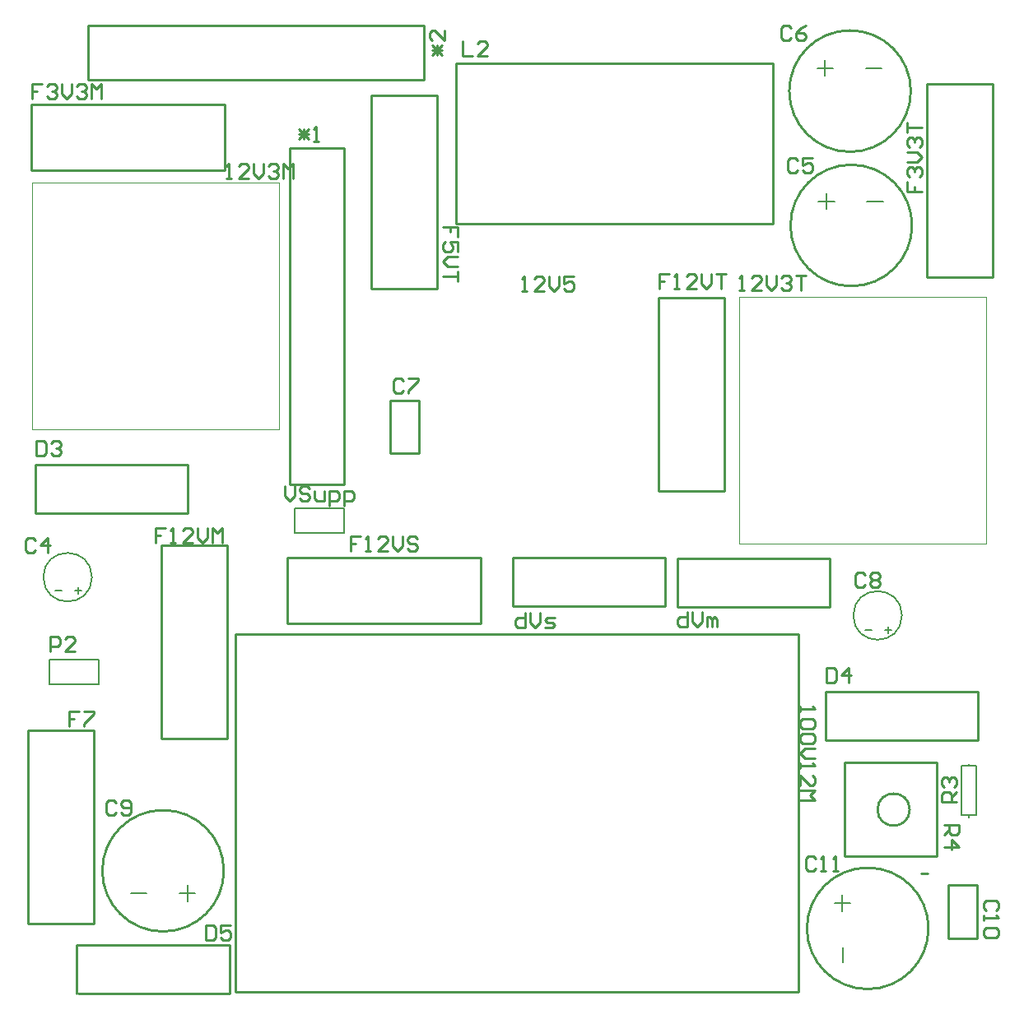
<source format=gto>
G04*
G04 #@! TF.GenerationSoftware,Altium Limited,Altium Designer,18.1.6 (161)*
G04*
G04 Layer_Color=65535*
%FSLAX25Y25*%
%MOIN*%
G70*
G01*
G75*
%ADD10C,0.00500*%
%ADD11C,0.01000*%
%ADD12C,0.00394*%
%ADD13C,0.00787*%
D10*
X29842Y173500D02*
G03*
X29842Y173500I-9843J0D01*
G01*
X357842Y158000D02*
G03*
X357842Y158000I-9843J0D01*
G01*
D11*
X368606Y31157D02*
G03*
X368606Y31157I-24606J0D01*
G01*
X361000Y79300D02*
G03*
X361000Y79300I-6500J0D01*
G01*
X361949Y316055D02*
G03*
X361949Y316055I-24606J0D01*
G01*
X361449Y370500D02*
G03*
X361449Y370500I-24606J0D01*
G01*
X83264Y54500D02*
G03*
X83264Y54500I-24606J0D01*
G01*
X5138Y338421D02*
X83484D01*
Y365193D01*
X5138D02*
X83484D01*
X5138Y338421D02*
Y365193D01*
X142921Y290555D02*
Y368902D01*
Y290555D02*
X169693D01*
Y368902D01*
X142921D02*
X169693D01*
X88000Y150323D02*
X315992Y150323D01*
Y5441D02*
Y150323D01*
X88000Y5441D02*
X315992D01*
X88000D02*
Y150323D01*
X164354Y375126D02*
Y397173D01*
X28134D02*
X164354D01*
X28134Y375126D02*
Y397173D01*
Y375126D02*
X164354D01*
X376594Y27095D02*
Y48748D01*
X388405D01*
Y27095D02*
Y48748D01*
X376594Y27095D02*
X388405D01*
X24138Y4764D02*
X85555D01*
X23744D02*
Y24449D01*
X85555D01*
Y4764D02*
Y24449D01*
X3921Y33146D02*
Y111492D01*
Y33146D02*
X30693D01*
Y111492D01*
X3921D02*
X30693D01*
X177327Y316701D02*
Y381661D01*
X305673D01*
Y316701D02*
Y381661D01*
X177327Y316701D02*
X305673D01*
X334500Y60500D02*
X372000D01*
X334500D02*
Y98500D01*
X372000D01*
Y60500D02*
Y98500D01*
X200638Y161764D02*
X262055D01*
X200244D02*
Y181449D01*
X262055D01*
Y161764D02*
Y181449D01*
X259307Y208508D02*
X286079D01*
X259307D02*
Y286854D01*
X286079D01*
Y208508D02*
Y286854D01*
X57807Y108008D02*
X84579D01*
X57807D02*
Y186354D01*
X84579D01*
Y108008D02*
Y186354D01*
X367807Y295008D02*
X394579D01*
X367807D02*
Y373354D01*
X394579D01*
Y295008D02*
Y373354D01*
X108976Y154807D02*
Y181579D01*
X187323D01*
Y154807D02*
Y181579D01*
X108976Y154807D02*
X187323D01*
X150594Y223594D02*
Y245248D01*
X162406D01*
Y223594D02*
Y245248D01*
X150594Y223594D02*
X162406D01*
X131874Y211146D02*
Y347366D01*
X109827Y211146D02*
X131874D01*
X109827D02*
Y347366D01*
X131874D01*
X328709Y161264D02*
Y180949D01*
X266898D02*
X328709D01*
X266898Y161264D02*
Y180949D01*
X267291Y161264D02*
X328709D01*
X6791Y199551D02*
Y219236D01*
Y199551D02*
X68602D01*
Y219236D01*
X6791D02*
X68209D01*
X326791Y127236D02*
X388209D01*
X388602Y107551D02*
Y127236D01*
X326791Y107551D02*
X388602D01*
X326791D02*
Y127236D01*
X365500Y53468D02*
X368124D01*
X204000Y289500D02*
X205999D01*
X205000D01*
Y295498D01*
X204000Y294498D01*
X212997Y289500D02*
X208998D01*
X212997Y293499D01*
Y294498D01*
X211997Y295498D01*
X209998D01*
X208998Y294498D01*
X214996Y295498D02*
Y291499D01*
X216996Y289500D01*
X218995Y291499D01*
Y295498D01*
X224993D02*
X220994D01*
Y292499D01*
X222994Y293499D01*
X223993D01*
X224993Y292499D01*
Y290500D01*
X223993Y289500D01*
X221994D01*
X220994Y290500D01*
X205345Y158998D02*
Y153000D01*
X202346D01*
X201346Y154000D01*
Y155999D01*
X202346Y156999D01*
X205345D01*
X207345Y158998D02*
Y154999D01*
X209344Y153000D01*
X211343Y154999D01*
Y158998D01*
X213343Y153000D02*
X216342D01*
X217341Y154000D01*
X216342Y154999D01*
X214342D01*
X213343Y155999D01*
X214342Y156999D01*
X217341D01*
X13100Y143400D02*
Y149398D01*
X16099D01*
X17099Y148398D01*
Y146399D01*
X16099Y145399D01*
X13100D01*
X23097Y143400D02*
X19098D01*
X23097Y147399D01*
Y148398D01*
X22097Y149398D01*
X20098D01*
X19098Y148398D01*
X375000Y73000D02*
X380998D01*
Y70001D01*
X379998Y69001D01*
X377999D01*
X376999Y70001D01*
Y73000D01*
Y71001D02*
X375000Y69001D01*
Y64003D02*
X380998D01*
X377999Y67002D01*
Y63003D01*
X380000Y82500D02*
X374002D01*
Y85499D01*
X375002Y86499D01*
X377001D01*
X378001Y85499D01*
Y82500D01*
Y84499D02*
X380000Y86499D01*
X375002Y88498D02*
X374002Y89498D01*
Y91497D01*
X375002Y92497D01*
X376001D01*
X377001Y91497D01*
Y90497D01*
Y91497D01*
X378001Y92497D01*
X379000D01*
X380000Y91497D01*
Y89498D01*
X379000Y88498D01*
X292000Y289756D02*
X293999D01*
X293000D01*
Y295754D01*
X292000Y294754D01*
X300997Y289756D02*
X296998D01*
X300997Y293755D01*
Y294754D01*
X299997Y295754D01*
X297998D01*
X296998Y294754D01*
X302996Y295754D02*
Y291755D01*
X304996Y289756D01*
X306995Y291755D01*
Y295754D01*
X308995Y294754D02*
X309994Y295754D01*
X311994D01*
X312993Y294754D01*
Y293755D01*
X311994Y292755D01*
X310994D01*
X311994D01*
X312993Y291755D01*
Y290756D01*
X311994Y289756D01*
X309994D01*
X308995Y290756D01*
X314993Y295754D02*
X318991D01*
X316992D01*
Y289756D01*
X84433Y335000D02*
X86432D01*
X85433D01*
Y340998D01*
X84433Y339998D01*
X93430Y335000D02*
X89431D01*
X93430Y338999D01*
Y339998D01*
X92431Y340998D01*
X90431D01*
X89431Y339998D01*
X95429Y340998D02*
Y336999D01*
X97429Y335000D01*
X99428Y336999D01*
Y340998D01*
X101428Y339998D02*
X102427Y340998D01*
X104427D01*
X105426Y339998D01*
Y338999D01*
X104427Y337999D01*
X103427D01*
X104427D01*
X105426Y336999D01*
Y336000D01*
X104427Y335000D01*
X102427D01*
X101428Y336000D01*
X107426Y335000D02*
Y340998D01*
X109425Y338999D01*
X111424Y340998D01*
Y335000D01*
X108000Y210498D02*
Y206499D01*
X109999Y204500D01*
X111999Y206499D01*
Y210498D01*
X117997Y209498D02*
X116997Y210498D01*
X114998D01*
X113998Y209498D01*
Y208499D01*
X114998Y207499D01*
X116997D01*
X117997Y206499D01*
Y205500D01*
X116997Y204500D01*
X114998D01*
X113998Y205500D01*
X119996Y208499D02*
Y205500D01*
X120996Y204500D01*
X123995D01*
Y208499D01*
X125994Y202501D02*
Y208499D01*
X128993D01*
X129993Y207499D01*
Y205500D01*
X128993Y204500D01*
X125994D01*
X131992Y202501D02*
Y208499D01*
X134991D01*
X135991Y207499D01*
Y205500D01*
X134991Y204500D01*
X131992D01*
X180000Y390683D02*
Y384685D01*
X183999D01*
X189997D02*
X185998D01*
X189997Y388684D01*
Y389683D01*
X188997Y390683D01*
X186998D01*
X185998Y389683D01*
X24499Y118998D02*
X20500D01*
Y115999D01*
X22499D01*
X20500D01*
Y113000D01*
X26498Y118998D02*
X30497D01*
Y117998D01*
X26498Y114000D01*
Y113000D01*
X138499Y189998D02*
X134500D01*
Y186999D01*
X136499D01*
X134500D01*
Y184000D01*
X140498D02*
X142497D01*
X141498D01*
Y189998D01*
X140498Y188998D01*
X149495Y184000D02*
X145496D01*
X149495Y187999D01*
Y188998D01*
X148495Y189998D01*
X146496D01*
X145496Y188998D01*
X151495Y189998D02*
Y185999D01*
X153494Y184000D01*
X155493Y185999D01*
Y189998D01*
X161491Y188998D02*
X160492Y189998D01*
X158492D01*
X157493Y188998D01*
Y187999D01*
X158492Y186999D01*
X160492D01*
X161491Y185999D01*
Y185000D01*
X160492Y184000D01*
X158492D01*
X157493Y185000D01*
X360002Y333743D02*
Y329744D01*
X363001D01*
Y331743D01*
Y329744D01*
X366000D01*
X361002Y335742D02*
X360002Y336742D01*
Y338741D01*
X361002Y339741D01*
X362001D01*
X363001Y338741D01*
Y337741D01*
Y338741D01*
X364001Y339741D01*
X365000D01*
X366000Y338741D01*
Y336742D01*
X365000Y335742D01*
X360002Y341740D02*
X364001D01*
X366000Y343740D01*
X364001Y345739D01*
X360002D01*
X361002Y347738D02*
X360002Y348738D01*
Y350737D01*
X361002Y351737D01*
X362001D01*
X363001Y350737D01*
Y349738D01*
Y350737D01*
X364001Y351737D01*
X365000D01*
X366000Y350737D01*
Y348738D01*
X365000Y347738D01*
X360002Y353736D02*
Y357735D01*
Y355736D01*
X366000D01*
X9499Y373498D02*
X5500D01*
Y370499D01*
X7499D01*
X5500D01*
Y367500D01*
X11498Y372498D02*
X12498Y373498D01*
X14497D01*
X15497Y372498D01*
Y371499D01*
X14497Y370499D01*
X13497D01*
X14497D01*
X15497Y369499D01*
Y368500D01*
X14497Y367500D01*
X12498D01*
X11498Y368500D01*
X17496Y373498D02*
Y369499D01*
X19496Y367500D01*
X21495Y369499D01*
Y373498D01*
X23494Y372498D02*
X24494Y373498D01*
X26493D01*
X27493Y372498D01*
Y371499D01*
X26493Y370499D01*
X25493D01*
X26493D01*
X27493Y369499D01*
Y368500D01*
X26493Y367500D01*
X24494D01*
X23494Y368500D01*
X29492Y367500D02*
Y373498D01*
X31492Y371499D01*
X33491Y373498D01*
Y367500D01*
X178112Y311379D02*
Y315378D01*
X175113D01*
Y313379D01*
Y315378D01*
X172114D01*
X178112Y305381D02*
Y309380D01*
X175113D01*
X176113Y307381D01*
Y306381D01*
X175113Y305381D01*
X173114D01*
X172114Y306381D01*
Y308380D01*
X173114Y309380D01*
X178112Y303382D02*
X174114D01*
X172114Y301382D01*
X174114Y299383D01*
X178112D01*
Y297384D02*
Y293385D01*
Y295384D01*
X172114D01*
X75807Y32498D02*
Y26500D01*
X78806D01*
X79806Y27500D01*
Y31498D01*
X78806Y32498D01*
X75807D01*
X85804D02*
X81805D01*
Y29499D01*
X83805Y30499D01*
X84804D01*
X85804Y29499D01*
Y27500D01*
X84804Y26500D01*
X82805D01*
X81805Y27500D01*
X327300Y136698D02*
Y130700D01*
X330299D01*
X331299Y131700D01*
Y135698D01*
X330299Y136698D01*
X327300D01*
X336297Y130700D02*
Y136698D01*
X333298Y133699D01*
X337297D01*
X7300Y228698D02*
Y222700D01*
X10299D01*
X11299Y223700D01*
Y227698D01*
X10299Y228698D01*
X7300D01*
X13298Y227698D02*
X14298Y228698D01*
X16297D01*
X17297Y227698D01*
Y226699D01*
X16297Y225699D01*
X15297D01*
X16297D01*
X17297Y224699D01*
Y223700D01*
X16297Y222700D01*
X14298D01*
X13298Y223700D01*
X270896Y159498D02*
Y153500D01*
X267897D01*
X266898Y154500D01*
Y156499D01*
X267897Y157499D01*
X270896D01*
X272896Y159498D02*
Y155499D01*
X274895Y153500D01*
X276894Y155499D01*
Y159498D01*
X278894Y153500D02*
Y157499D01*
X279893D01*
X280893Y156499D01*
Y153500D01*
Y156499D01*
X281893Y157499D01*
X282892Y156499D01*
Y153500D01*
X322999Y59498D02*
X321999Y60498D01*
X320000D01*
X319000Y59498D01*
Y55500D01*
X320000Y54500D01*
X321999D01*
X322999Y55500D01*
X324998Y54500D02*
X326997D01*
X325998D01*
Y60498D01*
X324998Y59498D01*
X329996Y54500D02*
X331996D01*
X330996D01*
Y60498D01*
X329996Y59498D01*
X395998Y38501D02*
X396998Y39501D01*
Y41500D01*
X395998Y42500D01*
X392000D01*
X391000Y41500D01*
Y39501D01*
X392000Y38501D01*
X391000Y36502D02*
Y34503D01*
Y35502D01*
X396998D01*
X395998Y36502D01*
Y31504D02*
X396998Y30504D01*
Y28504D01*
X395998Y27505D01*
X392000D01*
X391000Y28504D01*
Y30504D01*
X392000Y31504D01*
X395998D01*
X39499Y81998D02*
X38499Y82998D01*
X36500D01*
X35500Y81998D01*
Y78000D01*
X36500Y77000D01*
X38499D01*
X39499Y78000D01*
X41498D02*
X42498Y77000D01*
X44497D01*
X45497Y78000D01*
Y81998D01*
X44497Y82998D01*
X42498D01*
X41498Y81998D01*
Y80999D01*
X42498Y79999D01*
X45497D01*
X342999Y174498D02*
X341999Y175498D01*
X340000D01*
X339000Y174498D01*
Y170500D01*
X340000Y169500D01*
X341999D01*
X342999Y170500D01*
X344998Y174498D02*
X345998Y175498D01*
X347997D01*
X348997Y174498D01*
Y173499D01*
X347997Y172499D01*
X348997Y171499D01*
Y170500D01*
X347997Y169500D01*
X345998D01*
X344998Y170500D01*
Y171499D01*
X345998Y172499D01*
X344998Y173499D01*
Y174498D01*
X345998Y172499D02*
X347997D01*
X155999Y252998D02*
X154999Y253998D01*
X153000D01*
X152000Y252998D01*
Y249000D01*
X153000Y248000D01*
X154999D01*
X155999Y249000D01*
X157998Y253998D02*
X161997D01*
Y252998D01*
X157998Y249000D01*
Y248000D01*
X312999Y395998D02*
X311999Y396998D01*
X310000D01*
X309000Y395998D01*
Y392000D01*
X310000Y391000D01*
X311999D01*
X312999Y392000D01*
X318997Y396998D02*
X316997Y395998D01*
X314998Y393999D01*
Y392000D01*
X315998Y391000D01*
X317997D01*
X318997Y392000D01*
Y392999D01*
X317997Y393999D01*
X314998D01*
X315499Y342498D02*
X314499Y343498D01*
X312500D01*
X311500Y342498D01*
Y338500D01*
X312500Y337500D01*
X314499D01*
X315499Y338500D01*
X321497Y343498D02*
X317498D01*
Y340499D01*
X319497Y341499D01*
X320497D01*
X321497Y340499D01*
Y338500D01*
X320497Y337500D01*
X318498D01*
X317498Y338500D01*
X6999Y188498D02*
X5999Y189498D01*
X4000D01*
X3000Y188498D01*
Y184500D01*
X4000Y183500D01*
X5999D01*
X6999Y184500D01*
X11997Y183500D02*
Y189498D01*
X8998Y186499D01*
X12997D01*
X316500Y121000D02*
Y119001D01*
Y120000D01*
X322498D01*
X321498Y121000D01*
Y116002D02*
X322498Y115002D01*
Y113003D01*
X321498Y112003D01*
X317500D01*
X316500Y113003D01*
Y115002D01*
X317500Y116002D01*
X321498D01*
Y110004D02*
X322498Y109004D01*
Y107004D01*
X321498Y106005D01*
X317500D01*
X316500Y107004D01*
Y109004D01*
X317500Y110004D01*
X321498D01*
X322498Y104006D02*
X318499D01*
X316500Y102006D01*
X318499Y100007D01*
X322498D01*
X316500Y98007D02*
Y96008D01*
Y97008D01*
X322498D01*
X321498Y98007D01*
X316500Y89010D02*
Y93009D01*
X320499Y89010D01*
X321498D01*
X322498Y90010D01*
Y92009D01*
X321498Y93009D01*
X316500Y87011D02*
X322498D01*
X320499Y85012D01*
X322498Y83012D01*
X316500D01*
X59499Y193498D02*
X55500D01*
Y190499D01*
X57499D01*
X55500D01*
Y187500D01*
X61498D02*
X63497D01*
X62498D01*
Y193498D01*
X61498Y192498D01*
X70495Y187500D02*
X66496D01*
X70495Y191499D01*
Y192498D01*
X69495Y193498D01*
X67496D01*
X66496Y192498D01*
X72495Y193498D02*
Y189499D01*
X74494Y187500D01*
X76493Y189499D01*
Y193498D01*
X78493Y187500D02*
Y193498D01*
X80492Y191499D01*
X82491Y193498D01*
Y187500D01*
X263785Y296398D02*
X259786D01*
Y293399D01*
X261785D01*
X259786D01*
Y290400D01*
X265784D02*
X267783D01*
X266784D01*
Y296398D01*
X265784Y295398D01*
X274781Y290400D02*
X270782D01*
X274781Y294399D01*
Y295398D01*
X273781Y296398D01*
X271782D01*
X270782Y295398D01*
X276780Y296398D02*
Y292399D01*
X278780Y290400D01*
X280779Y292399D01*
Y296398D01*
X282778D02*
X286777D01*
X284778D01*
Y290400D01*
X167557Y385000D02*
X171555Y388999D01*
Y385000D02*
X167557Y388999D01*
X169556Y385000D02*
Y388999D01*
X171555Y386999D02*
X167557D01*
X172555Y394997D02*
Y390998D01*
X168556Y394997D01*
X167557D01*
X166557Y393997D01*
Y391998D01*
X167557Y390998D01*
X113500Y355254D02*
X117499Y351256D01*
X113500D02*
X117499Y355254D01*
X113500Y353255D02*
X117499D01*
X115499Y351256D02*
Y355254D01*
X119498Y350256D02*
X121497D01*
X120498D01*
Y356254D01*
X119498Y355254D01*
D12*
X292000Y187000D02*
X392000D01*
X292000D02*
Y287000D01*
X392000D01*
Y187000D02*
Y287000D01*
X105500Y233500D02*
Y333500D01*
X5500D02*
X105500D01*
X5500Y233500D02*
Y333500D01*
Y233500D02*
X105500D01*
D13*
X385000Y77000D02*
X388000D01*
Y97000D01*
X382000D02*
X388000D01*
X382000Y77000D02*
Y97000D01*
Y77000D02*
X385000D01*
Y97000D02*
Y97900D01*
Y76100D02*
Y77000D01*
X12500Y140000D02*
X32500D01*
X12500Y130000D02*
Y140000D01*
Y130000D02*
X32500D01*
Y140000D01*
X112000Y191500D02*
Y201500D01*
X132000D01*
Y191500D02*
Y201500D01*
X112000Y191500D02*
X132000D01*
X324000Y325920D02*
X330560D01*
X327280Y329199D02*
Y322640D01*
X343679Y325920D02*
X350238D01*
X334000Y23404D02*
Y17500D01*
X330500Y41420D02*
X337060D01*
X333780Y44699D02*
Y38140D01*
X323500Y379920D02*
X330060D01*
X326780Y383199D02*
Y376640D01*
X343179Y379920D02*
X349738D01*
X45500Y45420D02*
X52060D01*
X65179D02*
X71738D01*
X68458Y48700D02*
Y42140D01*
X343000Y151968D02*
X345624D01*
X350871D02*
X353495D01*
X352183Y153280D02*
Y150656D01*
X15000Y167968D02*
X17624D01*
X22872D02*
X25495D01*
X24183Y169280D02*
Y166656D01*
M02*

</source>
